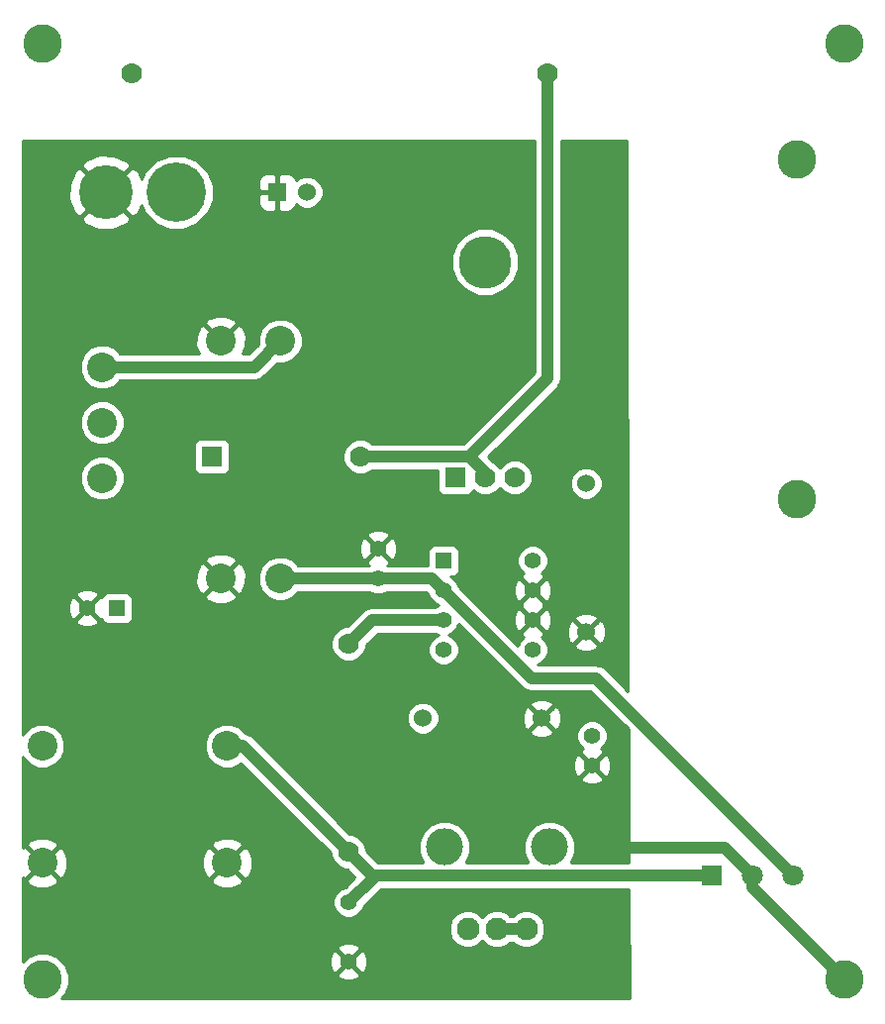
<source format=gbl>
G04 (created by PCBNEW (2013-jul-07)-stable) date Sat 05 Aug 2017 11:22:09 AM PDT*
%MOIN*%
G04 Gerber Fmt 3.4, Leading zero omitted, Abs format*
%FSLAX34Y34*%
G01*
G70*
G90*
G04 APERTURE LIST*
%ADD10C,0.00590551*%
%ADD11C,0.1*%
%ADD12R,0.06X0.06*%
%ADD13C,0.06*%
%ADD14R,0.055X0.055*%
%ADD15C,0.055*%
%ADD16C,0.2*%
%ADD17C,0.1811*%
%ADD18C,0.13*%
%ADD19C,0.07*%
%ADD20R,0.07X0.07*%
%ADD21C,0.1772*%
%ADD22C,0.076*%
%ADD23C,0.125*%
%ADD24C,0.0709*%
%ADD25R,0.0709X0.0709*%
%ADD26C,0.04*%
%ADD27C,0.01*%
G04 APERTURE END LIST*
G54D10*
G54D11*
X37000Y-43380D03*
X37000Y-45250D03*
X37000Y-47120D03*
G54D12*
X42900Y-37500D03*
G54D13*
X43900Y-37500D03*
G54D14*
X48500Y-49900D03*
G54D15*
X48500Y-50900D03*
X48500Y-51900D03*
X48500Y-52900D03*
X51500Y-52900D03*
X51500Y-51900D03*
X51500Y-50900D03*
X51500Y-49900D03*
G54D16*
X39500Y-37500D03*
G54D17*
X37138Y-37500D03*
G54D11*
X43000Y-50500D03*
X41000Y-50500D03*
X43000Y-42500D03*
X41000Y-42500D03*
G54D15*
X45300Y-61400D03*
X45300Y-63400D03*
G54D14*
X37500Y-51500D03*
G54D15*
X36500Y-51500D03*
X46300Y-50500D03*
X46300Y-49500D03*
X53500Y-55800D03*
X53500Y-56800D03*
G54D18*
X35000Y-64000D03*
X62000Y-32500D03*
X35000Y-32500D03*
G54D13*
X47800Y-55200D03*
X51800Y-55200D03*
G54D19*
X45700Y-46400D03*
G54D20*
X40700Y-46400D03*
G54D19*
X45300Y-59700D03*
X45300Y-52700D03*
G54D13*
X53300Y-47300D03*
X53300Y-52300D03*
G54D19*
X52000Y-33500D03*
X38000Y-33500D03*
G54D11*
X34990Y-56131D03*
X41210Y-56131D03*
X34990Y-60069D03*
X41210Y-60069D03*
G54D20*
X48900Y-47100D03*
G54D19*
X49900Y-47100D03*
X50900Y-47100D03*
G54D21*
X49900Y-39848D03*
G54D22*
X49316Y-62300D03*
X50300Y-62300D03*
X51284Y-62300D03*
G54D23*
X48528Y-59544D03*
X52072Y-59544D03*
G54D18*
X62000Y-64000D03*
G54D24*
X58900Y-60500D03*
G54D25*
X57522Y-60500D03*
G54D24*
X60278Y-60500D03*
G54D18*
X60400Y-36385D03*
X60400Y-47815D03*
G54D26*
X46200Y-60500D02*
X46150Y-60550D01*
X57522Y-60500D02*
X46200Y-60500D01*
X46150Y-60550D02*
X45300Y-61400D01*
X46150Y-60550D02*
X45300Y-59700D01*
X41730Y-56130D02*
X41210Y-56130D01*
X45300Y-59700D02*
X41730Y-56130D01*
X51456Y-53856D02*
X48500Y-50900D01*
X53634Y-53856D02*
X51456Y-53856D01*
X60277Y-60500D02*
X53634Y-53856D01*
X48100Y-50500D02*
X48500Y-50900D01*
X46300Y-50500D02*
X48100Y-50500D01*
X42120Y-43380D02*
X37000Y-43380D01*
X43000Y-42500D02*
X42120Y-43380D01*
X43000Y-50500D02*
X46300Y-50500D01*
X57953Y-59553D02*
X58900Y-60500D01*
X54330Y-59553D02*
X57953Y-59553D01*
X58900Y-60900D02*
X62000Y-64000D01*
X58900Y-60500D02*
X58900Y-60900D01*
X52000Y-43762D02*
X49362Y-46400D01*
X52000Y-33500D02*
X52000Y-43762D01*
X49900Y-46937D02*
X49362Y-46400D01*
X49900Y-47100D02*
X49900Y-46937D01*
X49362Y-46400D02*
X45700Y-46400D01*
X46100Y-51900D02*
X48500Y-51900D01*
X45300Y-52700D02*
X46100Y-51900D01*
X51284Y-62300D02*
X50300Y-62300D01*
G54D10*
G36*
X54749Y-64625D02*
X51914Y-64625D01*
X51914Y-62175D01*
X51818Y-61943D01*
X51641Y-61766D01*
X51409Y-61670D01*
X51159Y-61669D01*
X50927Y-61765D01*
X50843Y-61850D01*
X50740Y-61850D01*
X50657Y-61766D01*
X50425Y-61670D01*
X50175Y-61669D01*
X49943Y-61765D01*
X49807Y-61901D01*
X49673Y-61766D01*
X49441Y-61670D01*
X49191Y-61669D01*
X48959Y-61765D01*
X48782Y-61942D01*
X48686Y-62174D01*
X48685Y-62424D01*
X48781Y-62656D01*
X48958Y-62833D01*
X49190Y-62929D01*
X49440Y-62930D01*
X49672Y-62834D01*
X49808Y-62698D01*
X49942Y-62833D01*
X50174Y-62929D01*
X50424Y-62930D01*
X50656Y-62834D01*
X50740Y-62750D01*
X50843Y-62750D01*
X50926Y-62833D01*
X51158Y-62929D01*
X51408Y-62930D01*
X51640Y-62834D01*
X51817Y-62657D01*
X51913Y-62425D01*
X51914Y-62175D01*
X51914Y-64625D01*
X45925Y-64625D01*
X45925Y-63275D01*
X45829Y-63045D01*
X45829Y-63045D01*
X45706Y-63029D01*
X45670Y-63064D01*
X45670Y-62993D01*
X45654Y-62870D01*
X45424Y-62775D01*
X45175Y-62774D01*
X44945Y-62870D01*
X44945Y-62870D01*
X44929Y-62993D01*
X45300Y-63364D01*
X45670Y-62993D01*
X45670Y-63064D01*
X45335Y-63400D01*
X45706Y-63770D01*
X45829Y-63754D01*
X45924Y-63524D01*
X45925Y-63275D01*
X45925Y-64625D01*
X45670Y-64625D01*
X45670Y-63806D01*
X45300Y-63435D01*
X45264Y-63470D01*
X45264Y-63400D01*
X44893Y-63029D01*
X44770Y-63045D01*
X44675Y-63275D01*
X44674Y-63524D01*
X44770Y-63754D01*
X44770Y-63754D01*
X44893Y-63770D01*
X45264Y-63400D01*
X45264Y-63470D01*
X44929Y-63806D01*
X44945Y-63929D01*
X45175Y-64024D01*
X45424Y-64025D01*
X45654Y-63929D01*
X45654Y-63929D01*
X45670Y-63806D01*
X45670Y-64625D01*
X42061Y-64625D01*
X42061Y-59908D01*
X41935Y-59595D01*
X41925Y-59580D01*
X41778Y-59536D01*
X41742Y-59571D01*
X41742Y-59500D01*
X41698Y-59353D01*
X41387Y-59220D01*
X41049Y-59217D01*
X40736Y-59343D01*
X40721Y-59353D01*
X40677Y-59500D01*
X41210Y-60033D01*
X41742Y-59500D01*
X41742Y-59571D01*
X41245Y-60069D01*
X41778Y-60601D01*
X41925Y-60557D01*
X42058Y-60246D01*
X42061Y-59908D01*
X42061Y-64625D01*
X41742Y-64625D01*
X41742Y-60637D01*
X41210Y-60104D01*
X41174Y-60139D01*
X41174Y-60069D01*
X40641Y-59536D01*
X40494Y-59580D01*
X40361Y-59891D01*
X40358Y-60229D01*
X40484Y-60542D01*
X40494Y-60557D01*
X40641Y-60601D01*
X41174Y-60069D01*
X41174Y-60139D01*
X40677Y-60637D01*
X40721Y-60784D01*
X41032Y-60917D01*
X41370Y-60920D01*
X41683Y-60794D01*
X41698Y-60784D01*
X41742Y-60637D01*
X41742Y-64625D01*
X38025Y-64625D01*
X38025Y-51725D01*
X38025Y-51175D01*
X37987Y-51083D01*
X37916Y-51013D01*
X37824Y-50975D01*
X37750Y-50974D01*
X37750Y-46971D01*
X37750Y-45101D01*
X37636Y-44825D01*
X37425Y-44614D01*
X37149Y-44500D01*
X36851Y-44499D01*
X36575Y-44613D01*
X36364Y-44824D01*
X36250Y-45100D01*
X36249Y-45398D01*
X36363Y-45674D01*
X36574Y-45885D01*
X36850Y-45999D01*
X37148Y-46000D01*
X37424Y-45886D01*
X37635Y-45675D01*
X37749Y-45399D01*
X37750Y-45101D01*
X37750Y-46971D01*
X37636Y-46695D01*
X37425Y-46484D01*
X37149Y-46370D01*
X36851Y-46369D01*
X36575Y-46483D01*
X36364Y-46694D01*
X36250Y-46970D01*
X36249Y-47268D01*
X36363Y-47544D01*
X36574Y-47755D01*
X36850Y-47869D01*
X37148Y-47870D01*
X37424Y-47756D01*
X37635Y-47545D01*
X37749Y-47269D01*
X37750Y-46971D01*
X37750Y-50974D01*
X37725Y-50974D01*
X37175Y-50974D01*
X37083Y-51012D01*
X37013Y-51083D01*
X36989Y-51140D01*
X36906Y-51129D01*
X36870Y-51164D01*
X36870Y-51093D01*
X36854Y-50970D01*
X36624Y-50875D01*
X36375Y-50874D01*
X36145Y-50970D01*
X36145Y-50970D01*
X36129Y-51093D01*
X36500Y-51464D01*
X36870Y-51093D01*
X36870Y-51164D01*
X36535Y-51500D01*
X36906Y-51870D01*
X36989Y-51859D01*
X37012Y-51916D01*
X37083Y-51986D01*
X37175Y-52024D01*
X37274Y-52025D01*
X37824Y-52025D01*
X37916Y-51987D01*
X37986Y-51916D01*
X38024Y-51824D01*
X38025Y-51725D01*
X38025Y-64625D01*
X36870Y-64625D01*
X36870Y-51906D01*
X36500Y-51535D01*
X36464Y-51570D01*
X36464Y-51500D01*
X36093Y-51129D01*
X35970Y-51145D01*
X35875Y-51375D01*
X35874Y-51624D01*
X35970Y-51854D01*
X35970Y-51854D01*
X36093Y-51870D01*
X36464Y-51500D01*
X36464Y-51570D01*
X36129Y-51906D01*
X36145Y-52029D01*
X36375Y-52124D01*
X36624Y-52125D01*
X36854Y-52029D01*
X36854Y-52029D01*
X36870Y-51906D01*
X36870Y-64625D01*
X35647Y-64625D01*
X35762Y-64510D01*
X35899Y-64179D01*
X35900Y-63821D01*
X35841Y-63680D01*
X35841Y-59908D01*
X35715Y-59595D01*
X35705Y-59580D01*
X35558Y-59536D01*
X35522Y-59571D01*
X35522Y-59500D01*
X35478Y-59353D01*
X35167Y-59220D01*
X34829Y-59217D01*
X34516Y-59343D01*
X34501Y-59353D01*
X34457Y-59500D01*
X34990Y-60033D01*
X35522Y-59500D01*
X35522Y-59571D01*
X35025Y-60069D01*
X35558Y-60601D01*
X35705Y-60557D01*
X35838Y-60246D01*
X35841Y-59908D01*
X35841Y-63680D01*
X35763Y-63490D01*
X35522Y-63249D01*
X35522Y-60637D01*
X34990Y-60104D01*
X34457Y-60637D01*
X34501Y-60784D01*
X34812Y-60917D01*
X35150Y-60920D01*
X35463Y-60794D01*
X35478Y-60784D01*
X35522Y-60637D01*
X35522Y-63249D01*
X35510Y-63237D01*
X35179Y-63100D01*
X34821Y-63099D01*
X34490Y-63236D01*
X34325Y-63402D01*
X34325Y-60573D01*
X34421Y-60601D01*
X34954Y-60069D01*
X34421Y-59536D01*
X34325Y-59564D01*
X34325Y-56485D01*
X34353Y-56555D01*
X34564Y-56766D01*
X34840Y-56880D01*
X35138Y-56881D01*
X35414Y-56767D01*
X35625Y-56556D01*
X35739Y-56280D01*
X35740Y-55982D01*
X35626Y-55706D01*
X35415Y-55495D01*
X35139Y-55381D01*
X34841Y-55380D01*
X34565Y-55494D01*
X34354Y-55705D01*
X34325Y-55776D01*
X34325Y-35750D01*
X51550Y-35750D01*
X51550Y-43576D01*
X51036Y-44090D01*
X51036Y-39623D01*
X50863Y-39205D01*
X50544Y-38885D01*
X50126Y-38712D01*
X49675Y-38711D01*
X49257Y-38884D01*
X48937Y-39203D01*
X48764Y-39621D01*
X48763Y-40072D01*
X48936Y-40490D01*
X49255Y-40810D01*
X49673Y-40983D01*
X50124Y-40984D01*
X50542Y-40811D01*
X50862Y-40492D01*
X51035Y-40074D01*
X51036Y-39623D01*
X51036Y-44090D01*
X49176Y-45950D01*
X46098Y-45950D01*
X46040Y-45891D01*
X45819Y-45800D01*
X45581Y-45799D01*
X45360Y-45891D01*
X45191Y-46059D01*
X45100Y-46280D01*
X45099Y-46518D01*
X45191Y-46739D01*
X45359Y-46908D01*
X45580Y-46999D01*
X45818Y-47000D01*
X46039Y-46908D01*
X46098Y-46850D01*
X48299Y-46850D01*
X48299Y-47499D01*
X48337Y-47591D01*
X48408Y-47661D01*
X48500Y-47699D01*
X48599Y-47700D01*
X49299Y-47700D01*
X49391Y-47662D01*
X49461Y-47591D01*
X49485Y-47534D01*
X49559Y-47608D01*
X49780Y-47699D01*
X50018Y-47700D01*
X50239Y-47608D01*
X50400Y-47448D01*
X50559Y-47608D01*
X50780Y-47699D01*
X51018Y-47700D01*
X51239Y-47608D01*
X51408Y-47440D01*
X51499Y-47219D01*
X51500Y-46981D01*
X51408Y-46760D01*
X51240Y-46591D01*
X51019Y-46500D01*
X50781Y-46499D01*
X50560Y-46591D01*
X50399Y-46751D01*
X50240Y-46591D01*
X50155Y-46556D01*
X49998Y-46400D01*
X52318Y-44080D01*
X52318Y-44080D01*
X52415Y-43934D01*
X52415Y-43934D01*
X52421Y-43906D01*
X52449Y-43762D01*
X52450Y-43762D01*
X52450Y-35750D01*
X54650Y-35750D01*
X54713Y-54299D01*
X53952Y-53538D01*
X53950Y-53536D01*
X53950Y-52171D01*
X53851Y-51932D01*
X53850Y-51930D01*
X53850Y-51930D01*
X53850Y-47191D01*
X53766Y-46988D01*
X53611Y-46834D01*
X53409Y-46750D01*
X53191Y-46749D01*
X52988Y-46833D01*
X52834Y-46988D01*
X52750Y-47190D01*
X52749Y-47408D01*
X52833Y-47611D01*
X52988Y-47765D01*
X53190Y-47849D01*
X53408Y-47850D01*
X53611Y-47766D01*
X53765Y-47611D01*
X53849Y-47409D01*
X53850Y-47191D01*
X53850Y-51930D01*
X53724Y-51911D01*
X53688Y-51946D01*
X53688Y-51875D01*
X53669Y-51749D01*
X53430Y-51650D01*
X53171Y-51649D01*
X52932Y-51748D01*
X52930Y-51749D01*
X52911Y-51875D01*
X53300Y-52264D01*
X53688Y-51875D01*
X53688Y-51946D01*
X53335Y-52300D01*
X53724Y-52688D01*
X53850Y-52669D01*
X53949Y-52430D01*
X53950Y-52171D01*
X53950Y-53536D01*
X53806Y-53440D01*
X53688Y-53417D01*
X53688Y-52724D01*
X53300Y-52335D01*
X53264Y-52370D01*
X53264Y-52300D01*
X52875Y-51911D01*
X52749Y-51930D01*
X52650Y-52169D01*
X52649Y-52428D01*
X52748Y-52667D01*
X52749Y-52669D01*
X52875Y-52688D01*
X53264Y-52300D01*
X53264Y-52370D01*
X52911Y-52724D01*
X52930Y-52850D01*
X53169Y-52949D01*
X53428Y-52950D01*
X53667Y-52851D01*
X53669Y-52850D01*
X53688Y-52724D01*
X53688Y-53417D01*
X53634Y-53406D01*
X52125Y-53406D01*
X52125Y-51775D01*
X52125Y-50775D01*
X52029Y-50545D01*
X52029Y-50545D01*
X52025Y-50545D01*
X52025Y-49796D01*
X51945Y-49603D01*
X51797Y-49455D01*
X51604Y-49375D01*
X51396Y-49374D01*
X51203Y-49454D01*
X51055Y-49602D01*
X50975Y-49795D01*
X50974Y-50003D01*
X51054Y-50197D01*
X51202Y-50344D01*
X51204Y-50345D01*
X51145Y-50370D01*
X51145Y-50370D01*
X51129Y-50493D01*
X51500Y-50864D01*
X51870Y-50493D01*
X51854Y-50370D01*
X51795Y-50345D01*
X51797Y-50345D01*
X51944Y-50197D01*
X52024Y-50004D01*
X52025Y-49796D01*
X52025Y-50545D01*
X51906Y-50529D01*
X51535Y-50900D01*
X51906Y-51270D01*
X52029Y-51254D01*
X52124Y-51024D01*
X52125Y-50775D01*
X52125Y-51775D01*
X52029Y-51545D01*
X52029Y-51545D01*
X51906Y-51529D01*
X51870Y-51564D01*
X51870Y-51493D01*
X51858Y-51400D01*
X51870Y-51306D01*
X51500Y-50935D01*
X51464Y-50970D01*
X51464Y-50900D01*
X51093Y-50529D01*
X50970Y-50545D01*
X50875Y-50775D01*
X50874Y-51024D01*
X50970Y-51254D01*
X50970Y-51254D01*
X51093Y-51270D01*
X51464Y-50900D01*
X51464Y-50970D01*
X51129Y-51306D01*
X51141Y-51400D01*
X51129Y-51493D01*
X51500Y-51864D01*
X51870Y-51493D01*
X51870Y-51564D01*
X51535Y-51900D01*
X51906Y-52270D01*
X52029Y-52254D01*
X52124Y-52024D01*
X52125Y-51775D01*
X52125Y-53406D01*
X51649Y-53406D01*
X51797Y-53345D01*
X51944Y-53197D01*
X52024Y-53004D01*
X52025Y-52796D01*
X51945Y-52603D01*
X51797Y-52455D01*
X51795Y-52454D01*
X51854Y-52429D01*
X51854Y-52429D01*
X51870Y-52306D01*
X51500Y-51935D01*
X51464Y-51970D01*
X51464Y-51900D01*
X51093Y-51529D01*
X50970Y-51545D01*
X50875Y-51775D01*
X50874Y-52024D01*
X50970Y-52254D01*
X50970Y-52254D01*
X51093Y-52270D01*
X51464Y-51900D01*
X51464Y-51970D01*
X51129Y-52306D01*
X51145Y-52429D01*
X51204Y-52454D01*
X51203Y-52454D01*
X51055Y-52602D01*
X50991Y-52755D01*
X49019Y-50783D01*
X48945Y-50603D01*
X48797Y-50455D01*
X48725Y-50425D01*
X48824Y-50425D01*
X48916Y-50387D01*
X48986Y-50316D01*
X49024Y-50224D01*
X49025Y-50125D01*
X49025Y-49575D01*
X48987Y-49483D01*
X48916Y-49413D01*
X48824Y-49375D01*
X48725Y-49374D01*
X48175Y-49374D01*
X48083Y-49412D01*
X48013Y-49483D01*
X47975Y-49575D01*
X47974Y-49674D01*
X47974Y-50050D01*
X46925Y-50050D01*
X46925Y-49375D01*
X46829Y-49145D01*
X46829Y-49145D01*
X46706Y-49129D01*
X46670Y-49164D01*
X46670Y-49093D01*
X46654Y-48970D01*
X46424Y-48875D01*
X46175Y-48874D01*
X45945Y-48970D01*
X45945Y-48970D01*
X45929Y-49093D01*
X46300Y-49464D01*
X46670Y-49093D01*
X46670Y-49164D01*
X46335Y-49500D01*
X46706Y-49870D01*
X46829Y-49854D01*
X46924Y-49624D01*
X46925Y-49375D01*
X46925Y-50050D01*
X46605Y-50050D01*
X46654Y-50029D01*
X46654Y-50029D01*
X46670Y-49906D01*
X46300Y-49535D01*
X46264Y-49570D01*
X46264Y-49500D01*
X45893Y-49129D01*
X45770Y-49145D01*
X45675Y-49375D01*
X45674Y-49624D01*
X45770Y-49854D01*
X45770Y-49854D01*
X45893Y-49870D01*
X46264Y-49500D01*
X46264Y-49570D01*
X45929Y-49906D01*
X45945Y-50029D01*
X45994Y-50050D01*
X44450Y-50050D01*
X44450Y-37391D01*
X44366Y-37188D01*
X44211Y-37034D01*
X44009Y-36950D01*
X43791Y-36949D01*
X43588Y-37033D01*
X43532Y-37089D01*
X43496Y-37001D01*
X43398Y-36903D01*
X43269Y-36849D01*
X43012Y-36850D01*
X42925Y-36937D01*
X42925Y-37475D01*
X42932Y-37475D01*
X42932Y-37525D01*
X42925Y-37525D01*
X42925Y-38062D01*
X43012Y-38150D01*
X43269Y-38150D01*
X43398Y-38096D01*
X43496Y-37998D01*
X43532Y-37910D01*
X43588Y-37965D01*
X43790Y-38049D01*
X44008Y-38050D01*
X44211Y-37966D01*
X44365Y-37811D01*
X44449Y-37609D01*
X44450Y-37391D01*
X44450Y-50050D01*
X43750Y-50050D01*
X43750Y-42351D01*
X43636Y-42075D01*
X43425Y-41864D01*
X43149Y-41750D01*
X42875Y-41749D01*
X42875Y-38062D01*
X42875Y-37525D01*
X42875Y-37475D01*
X42875Y-36937D01*
X42787Y-36850D01*
X42530Y-36849D01*
X42402Y-36903D01*
X42303Y-37001D01*
X42250Y-37130D01*
X42249Y-37269D01*
X42250Y-37387D01*
X42337Y-37475D01*
X42875Y-37475D01*
X42875Y-37525D01*
X42337Y-37525D01*
X42250Y-37612D01*
X42249Y-37730D01*
X42250Y-37869D01*
X42303Y-37998D01*
X42402Y-38096D01*
X42530Y-38150D01*
X42787Y-38150D01*
X42875Y-38062D01*
X42875Y-41749D01*
X42851Y-41749D01*
X42575Y-41863D01*
X42364Y-42074D01*
X42250Y-42350D01*
X42249Y-42613D01*
X41933Y-42930D01*
X41740Y-42930D01*
X41848Y-42677D01*
X41851Y-42339D01*
X41725Y-42026D01*
X41715Y-42011D01*
X41568Y-41967D01*
X41532Y-42002D01*
X41532Y-41931D01*
X41488Y-41784D01*
X41177Y-41651D01*
X40839Y-41648D01*
X40750Y-41684D01*
X40750Y-37252D01*
X40560Y-36792D01*
X40208Y-36440D01*
X39749Y-36250D01*
X39252Y-36249D01*
X38792Y-36439D01*
X38440Y-36791D01*
X38321Y-37078D01*
X38216Y-36809D01*
X38188Y-36767D01*
X37998Y-36674D01*
X37963Y-36709D01*
X37963Y-36639D01*
X37870Y-36449D01*
X37412Y-36249D01*
X36913Y-36239D01*
X36447Y-36421D01*
X36405Y-36449D01*
X36312Y-36639D01*
X37138Y-37464D01*
X37963Y-36639D01*
X37963Y-36709D01*
X37173Y-37500D01*
X37998Y-38325D01*
X38188Y-38232D01*
X38322Y-37924D01*
X38439Y-38207D01*
X38791Y-38559D01*
X39250Y-38749D01*
X39747Y-38750D01*
X40207Y-38560D01*
X40559Y-38208D01*
X40749Y-37749D01*
X40750Y-37252D01*
X40750Y-41684D01*
X40526Y-41774D01*
X40511Y-41784D01*
X40467Y-41931D01*
X41000Y-42464D01*
X41532Y-41931D01*
X41532Y-42002D01*
X41035Y-42500D01*
X41040Y-42505D01*
X41005Y-42540D01*
X41000Y-42535D01*
X40994Y-42540D01*
X40959Y-42505D01*
X40964Y-42500D01*
X40431Y-41967D01*
X40284Y-42011D01*
X40151Y-42322D01*
X40148Y-42660D01*
X40256Y-42930D01*
X37963Y-42930D01*
X37963Y-38360D01*
X37138Y-37535D01*
X37102Y-37570D01*
X37102Y-37500D01*
X36277Y-36674D01*
X36087Y-36767D01*
X35887Y-37225D01*
X35877Y-37724D01*
X36059Y-38190D01*
X36087Y-38232D01*
X36277Y-38325D01*
X37102Y-37500D01*
X37102Y-37570D01*
X36312Y-38360D01*
X36405Y-38550D01*
X36863Y-38750D01*
X37362Y-38760D01*
X37828Y-38578D01*
X37870Y-38550D01*
X37963Y-38360D01*
X37963Y-42930D01*
X37610Y-42930D01*
X37425Y-42744D01*
X37149Y-42630D01*
X36851Y-42629D01*
X36575Y-42743D01*
X36364Y-42954D01*
X36250Y-43230D01*
X36249Y-43528D01*
X36363Y-43804D01*
X36574Y-44015D01*
X36850Y-44129D01*
X37148Y-44130D01*
X37424Y-44016D01*
X37610Y-43830D01*
X42120Y-43830D01*
X42292Y-43795D01*
X42438Y-43698D01*
X42886Y-43249D01*
X43148Y-43250D01*
X43424Y-43136D01*
X43635Y-42925D01*
X43749Y-42649D01*
X43750Y-42351D01*
X43750Y-50050D01*
X43610Y-50050D01*
X43425Y-49864D01*
X43149Y-49750D01*
X42851Y-49749D01*
X42575Y-49863D01*
X42364Y-50074D01*
X42250Y-50350D01*
X42249Y-50648D01*
X42363Y-50924D01*
X42574Y-51135D01*
X42850Y-51249D01*
X43148Y-51250D01*
X43424Y-51136D01*
X43610Y-50950D01*
X46014Y-50950D01*
X46195Y-51024D01*
X46403Y-51025D01*
X46585Y-50950D01*
X47913Y-50950D01*
X47980Y-51016D01*
X48054Y-51197D01*
X48202Y-51344D01*
X48335Y-51400D01*
X48214Y-51450D01*
X46100Y-51450D01*
X45927Y-51484D01*
X45781Y-51581D01*
X45781Y-51581D01*
X45781Y-51581D01*
X45263Y-52099D01*
X45181Y-52099D01*
X44960Y-52191D01*
X44791Y-52359D01*
X44700Y-52580D01*
X44699Y-52818D01*
X44791Y-53039D01*
X44959Y-53208D01*
X45180Y-53299D01*
X45418Y-53300D01*
X45639Y-53208D01*
X45808Y-53040D01*
X45899Y-52819D01*
X45899Y-52736D01*
X46286Y-52350D01*
X48214Y-52350D01*
X48335Y-52400D01*
X48203Y-52454D01*
X48055Y-52602D01*
X47975Y-52795D01*
X47974Y-53003D01*
X48054Y-53197D01*
X48202Y-53344D01*
X48395Y-53424D01*
X48603Y-53425D01*
X48797Y-53345D01*
X48944Y-53197D01*
X49024Y-53004D01*
X49025Y-52796D01*
X48945Y-52603D01*
X48797Y-52455D01*
X48664Y-52399D01*
X48797Y-52345D01*
X48944Y-52197D01*
X49008Y-52044D01*
X51138Y-54174D01*
X51284Y-54272D01*
X51456Y-54306D01*
X53447Y-54306D01*
X54718Y-55576D01*
X54733Y-60050D01*
X54125Y-60050D01*
X54125Y-56675D01*
X54029Y-56445D01*
X54029Y-56445D01*
X54025Y-56445D01*
X54025Y-55696D01*
X53945Y-55503D01*
X53797Y-55355D01*
X53604Y-55275D01*
X53396Y-55274D01*
X53203Y-55354D01*
X53055Y-55502D01*
X52975Y-55695D01*
X52974Y-55903D01*
X53054Y-56097D01*
X53202Y-56244D01*
X53204Y-56245D01*
X53145Y-56270D01*
X53145Y-56270D01*
X53129Y-56393D01*
X53500Y-56764D01*
X53870Y-56393D01*
X53854Y-56270D01*
X53795Y-56245D01*
X53797Y-56245D01*
X53944Y-56097D01*
X54024Y-55904D01*
X54025Y-55696D01*
X54025Y-56445D01*
X53906Y-56429D01*
X53535Y-56800D01*
X53906Y-57170D01*
X54029Y-57154D01*
X54124Y-56924D01*
X54125Y-56675D01*
X54125Y-60050D01*
X53870Y-60050D01*
X53870Y-57206D01*
X53500Y-56835D01*
X53464Y-56870D01*
X53464Y-56800D01*
X53093Y-56429D01*
X52970Y-56445D01*
X52875Y-56675D01*
X52874Y-56924D01*
X52970Y-57154D01*
X52970Y-57154D01*
X53093Y-57170D01*
X53464Y-56800D01*
X53464Y-56870D01*
X53129Y-57206D01*
X53145Y-57329D01*
X53375Y-57424D01*
X53624Y-57425D01*
X53854Y-57329D01*
X53854Y-57329D01*
X53870Y-57206D01*
X53870Y-60050D01*
X52803Y-60050D01*
X52813Y-60040D01*
X52946Y-59718D01*
X52947Y-59370D01*
X52814Y-59049D01*
X52568Y-58802D01*
X52450Y-58753D01*
X52450Y-55071D01*
X52351Y-54832D01*
X52350Y-54830D01*
X52224Y-54811D01*
X52188Y-54846D01*
X52188Y-54775D01*
X52169Y-54649D01*
X51930Y-54550D01*
X51671Y-54549D01*
X51432Y-54648D01*
X51430Y-54649D01*
X51411Y-54775D01*
X51800Y-55164D01*
X52188Y-54775D01*
X52188Y-54846D01*
X51835Y-55200D01*
X52224Y-55588D01*
X52350Y-55569D01*
X52449Y-55330D01*
X52450Y-55071D01*
X52450Y-58753D01*
X52246Y-58669D01*
X52188Y-58669D01*
X52188Y-55624D01*
X51800Y-55235D01*
X51764Y-55270D01*
X51764Y-55200D01*
X51375Y-54811D01*
X51249Y-54830D01*
X51150Y-55069D01*
X51149Y-55328D01*
X51248Y-55567D01*
X51249Y-55569D01*
X51375Y-55588D01*
X51764Y-55200D01*
X51764Y-55270D01*
X51411Y-55624D01*
X51430Y-55750D01*
X51669Y-55849D01*
X51928Y-55850D01*
X52167Y-55751D01*
X52169Y-55750D01*
X52188Y-55624D01*
X52188Y-58669D01*
X51898Y-58668D01*
X51577Y-58801D01*
X51330Y-59047D01*
X51197Y-59369D01*
X51196Y-59717D01*
X51329Y-60039D01*
X51340Y-60050D01*
X49259Y-60050D01*
X49269Y-60040D01*
X49402Y-59718D01*
X49403Y-59370D01*
X49270Y-59049D01*
X49024Y-58802D01*
X48702Y-58669D01*
X48354Y-58668D01*
X48350Y-58670D01*
X48350Y-55091D01*
X48266Y-54888D01*
X48111Y-54734D01*
X47909Y-54650D01*
X47691Y-54649D01*
X47488Y-54733D01*
X47334Y-54888D01*
X47250Y-55090D01*
X47249Y-55308D01*
X47333Y-55511D01*
X47488Y-55665D01*
X47690Y-55749D01*
X47908Y-55750D01*
X48111Y-55666D01*
X48265Y-55511D01*
X48349Y-55309D01*
X48350Y-55091D01*
X48350Y-58670D01*
X48033Y-58801D01*
X47786Y-59047D01*
X47653Y-59369D01*
X47652Y-59717D01*
X47785Y-60039D01*
X47796Y-60050D01*
X46286Y-60050D01*
X45900Y-59663D01*
X45900Y-59581D01*
X45808Y-59360D01*
X45640Y-59191D01*
X45419Y-59100D01*
X45336Y-59100D01*
X42049Y-55812D01*
X41903Y-55715D01*
X41851Y-55704D01*
X41851Y-50339D01*
X41725Y-50026D01*
X41715Y-50011D01*
X41568Y-49967D01*
X41532Y-50002D01*
X41532Y-49931D01*
X41488Y-49784D01*
X41300Y-49703D01*
X41300Y-46700D01*
X41300Y-46000D01*
X41262Y-45908D01*
X41191Y-45838D01*
X41099Y-45800D01*
X41000Y-45799D01*
X40300Y-45799D01*
X40208Y-45837D01*
X40138Y-45908D01*
X40100Y-46000D01*
X40099Y-46099D01*
X40099Y-46799D01*
X40137Y-46891D01*
X40208Y-46961D01*
X40300Y-46999D01*
X40399Y-47000D01*
X41099Y-47000D01*
X41191Y-46962D01*
X41261Y-46891D01*
X41299Y-46799D01*
X41300Y-46700D01*
X41300Y-49703D01*
X41177Y-49651D01*
X40839Y-49648D01*
X40526Y-49774D01*
X40511Y-49784D01*
X40467Y-49931D01*
X41000Y-50464D01*
X41532Y-49931D01*
X41532Y-50002D01*
X41035Y-50500D01*
X41568Y-51032D01*
X41715Y-50988D01*
X41848Y-50677D01*
X41851Y-50339D01*
X41851Y-55704D01*
X41842Y-55703D01*
X41635Y-55495D01*
X41532Y-55453D01*
X41532Y-51068D01*
X41000Y-50535D01*
X40964Y-50570D01*
X40964Y-50500D01*
X40431Y-49967D01*
X40284Y-50011D01*
X40151Y-50322D01*
X40148Y-50660D01*
X40274Y-50973D01*
X40284Y-50988D01*
X40431Y-51032D01*
X40964Y-50500D01*
X40964Y-50570D01*
X40467Y-51068D01*
X40511Y-51215D01*
X40822Y-51348D01*
X41160Y-51351D01*
X41473Y-51225D01*
X41488Y-51215D01*
X41532Y-51068D01*
X41532Y-55453D01*
X41359Y-55381D01*
X41061Y-55380D01*
X40785Y-55494D01*
X40574Y-55705D01*
X40460Y-55981D01*
X40459Y-56279D01*
X40573Y-56555D01*
X40784Y-56766D01*
X41060Y-56880D01*
X41358Y-56881D01*
X41634Y-56767D01*
X41682Y-56718D01*
X44699Y-59736D01*
X44699Y-59818D01*
X44791Y-60039D01*
X44959Y-60208D01*
X45180Y-60299D01*
X45263Y-60299D01*
X45513Y-60550D01*
X45183Y-60880D01*
X45003Y-60954D01*
X44855Y-61102D01*
X44775Y-61295D01*
X44774Y-61503D01*
X44854Y-61697D01*
X45002Y-61844D01*
X45195Y-61924D01*
X45403Y-61925D01*
X45597Y-61845D01*
X45744Y-61697D01*
X45820Y-61516D01*
X46386Y-60950D01*
X54736Y-60950D01*
X54749Y-64625D01*
X54749Y-64625D01*
G37*
G54D27*
X54749Y-64625D02*
X51914Y-64625D01*
X51914Y-62175D01*
X51818Y-61943D01*
X51641Y-61766D01*
X51409Y-61670D01*
X51159Y-61669D01*
X50927Y-61765D01*
X50843Y-61850D01*
X50740Y-61850D01*
X50657Y-61766D01*
X50425Y-61670D01*
X50175Y-61669D01*
X49943Y-61765D01*
X49807Y-61901D01*
X49673Y-61766D01*
X49441Y-61670D01*
X49191Y-61669D01*
X48959Y-61765D01*
X48782Y-61942D01*
X48686Y-62174D01*
X48685Y-62424D01*
X48781Y-62656D01*
X48958Y-62833D01*
X49190Y-62929D01*
X49440Y-62930D01*
X49672Y-62834D01*
X49808Y-62698D01*
X49942Y-62833D01*
X50174Y-62929D01*
X50424Y-62930D01*
X50656Y-62834D01*
X50740Y-62750D01*
X50843Y-62750D01*
X50926Y-62833D01*
X51158Y-62929D01*
X51408Y-62930D01*
X51640Y-62834D01*
X51817Y-62657D01*
X51913Y-62425D01*
X51914Y-62175D01*
X51914Y-64625D01*
X45925Y-64625D01*
X45925Y-63275D01*
X45829Y-63045D01*
X45829Y-63045D01*
X45706Y-63029D01*
X45670Y-63064D01*
X45670Y-62993D01*
X45654Y-62870D01*
X45424Y-62775D01*
X45175Y-62774D01*
X44945Y-62870D01*
X44945Y-62870D01*
X44929Y-62993D01*
X45300Y-63364D01*
X45670Y-62993D01*
X45670Y-63064D01*
X45335Y-63400D01*
X45706Y-63770D01*
X45829Y-63754D01*
X45924Y-63524D01*
X45925Y-63275D01*
X45925Y-64625D01*
X45670Y-64625D01*
X45670Y-63806D01*
X45300Y-63435D01*
X45264Y-63470D01*
X45264Y-63400D01*
X44893Y-63029D01*
X44770Y-63045D01*
X44675Y-63275D01*
X44674Y-63524D01*
X44770Y-63754D01*
X44770Y-63754D01*
X44893Y-63770D01*
X45264Y-63400D01*
X45264Y-63470D01*
X44929Y-63806D01*
X44945Y-63929D01*
X45175Y-64024D01*
X45424Y-64025D01*
X45654Y-63929D01*
X45654Y-63929D01*
X45670Y-63806D01*
X45670Y-64625D01*
X42061Y-64625D01*
X42061Y-59908D01*
X41935Y-59595D01*
X41925Y-59580D01*
X41778Y-59536D01*
X41742Y-59571D01*
X41742Y-59500D01*
X41698Y-59353D01*
X41387Y-59220D01*
X41049Y-59217D01*
X40736Y-59343D01*
X40721Y-59353D01*
X40677Y-59500D01*
X41210Y-60033D01*
X41742Y-59500D01*
X41742Y-59571D01*
X41245Y-60069D01*
X41778Y-60601D01*
X41925Y-60557D01*
X42058Y-60246D01*
X42061Y-59908D01*
X42061Y-64625D01*
X41742Y-64625D01*
X41742Y-60637D01*
X41210Y-60104D01*
X41174Y-60139D01*
X41174Y-60069D01*
X40641Y-59536D01*
X40494Y-59580D01*
X40361Y-59891D01*
X40358Y-60229D01*
X40484Y-60542D01*
X40494Y-60557D01*
X40641Y-60601D01*
X41174Y-60069D01*
X41174Y-60139D01*
X40677Y-60637D01*
X40721Y-60784D01*
X41032Y-60917D01*
X41370Y-60920D01*
X41683Y-60794D01*
X41698Y-60784D01*
X41742Y-60637D01*
X41742Y-64625D01*
X38025Y-64625D01*
X38025Y-51725D01*
X38025Y-51175D01*
X37987Y-51083D01*
X37916Y-51013D01*
X37824Y-50975D01*
X37750Y-50974D01*
X37750Y-46971D01*
X37750Y-45101D01*
X37636Y-44825D01*
X37425Y-44614D01*
X37149Y-44500D01*
X36851Y-44499D01*
X36575Y-44613D01*
X36364Y-44824D01*
X36250Y-45100D01*
X36249Y-45398D01*
X36363Y-45674D01*
X36574Y-45885D01*
X36850Y-45999D01*
X37148Y-46000D01*
X37424Y-45886D01*
X37635Y-45675D01*
X37749Y-45399D01*
X37750Y-45101D01*
X37750Y-46971D01*
X37636Y-46695D01*
X37425Y-46484D01*
X37149Y-46370D01*
X36851Y-46369D01*
X36575Y-46483D01*
X36364Y-46694D01*
X36250Y-46970D01*
X36249Y-47268D01*
X36363Y-47544D01*
X36574Y-47755D01*
X36850Y-47869D01*
X37148Y-47870D01*
X37424Y-47756D01*
X37635Y-47545D01*
X37749Y-47269D01*
X37750Y-46971D01*
X37750Y-50974D01*
X37725Y-50974D01*
X37175Y-50974D01*
X37083Y-51012D01*
X37013Y-51083D01*
X36989Y-51140D01*
X36906Y-51129D01*
X36870Y-51164D01*
X36870Y-51093D01*
X36854Y-50970D01*
X36624Y-50875D01*
X36375Y-50874D01*
X36145Y-50970D01*
X36145Y-50970D01*
X36129Y-51093D01*
X36500Y-51464D01*
X36870Y-51093D01*
X36870Y-51164D01*
X36535Y-51500D01*
X36906Y-51870D01*
X36989Y-51859D01*
X37012Y-51916D01*
X37083Y-51986D01*
X37175Y-52024D01*
X37274Y-52025D01*
X37824Y-52025D01*
X37916Y-51987D01*
X37986Y-51916D01*
X38024Y-51824D01*
X38025Y-51725D01*
X38025Y-64625D01*
X36870Y-64625D01*
X36870Y-51906D01*
X36500Y-51535D01*
X36464Y-51570D01*
X36464Y-51500D01*
X36093Y-51129D01*
X35970Y-51145D01*
X35875Y-51375D01*
X35874Y-51624D01*
X35970Y-51854D01*
X35970Y-51854D01*
X36093Y-51870D01*
X36464Y-51500D01*
X36464Y-51570D01*
X36129Y-51906D01*
X36145Y-52029D01*
X36375Y-52124D01*
X36624Y-52125D01*
X36854Y-52029D01*
X36854Y-52029D01*
X36870Y-51906D01*
X36870Y-64625D01*
X35647Y-64625D01*
X35762Y-64510D01*
X35899Y-64179D01*
X35900Y-63821D01*
X35841Y-63680D01*
X35841Y-59908D01*
X35715Y-59595D01*
X35705Y-59580D01*
X35558Y-59536D01*
X35522Y-59571D01*
X35522Y-59500D01*
X35478Y-59353D01*
X35167Y-59220D01*
X34829Y-59217D01*
X34516Y-59343D01*
X34501Y-59353D01*
X34457Y-59500D01*
X34990Y-60033D01*
X35522Y-59500D01*
X35522Y-59571D01*
X35025Y-60069D01*
X35558Y-60601D01*
X35705Y-60557D01*
X35838Y-60246D01*
X35841Y-59908D01*
X35841Y-63680D01*
X35763Y-63490D01*
X35522Y-63249D01*
X35522Y-60637D01*
X34990Y-60104D01*
X34457Y-60637D01*
X34501Y-60784D01*
X34812Y-60917D01*
X35150Y-60920D01*
X35463Y-60794D01*
X35478Y-60784D01*
X35522Y-60637D01*
X35522Y-63249D01*
X35510Y-63237D01*
X35179Y-63100D01*
X34821Y-63099D01*
X34490Y-63236D01*
X34325Y-63402D01*
X34325Y-60573D01*
X34421Y-60601D01*
X34954Y-60069D01*
X34421Y-59536D01*
X34325Y-59564D01*
X34325Y-56485D01*
X34353Y-56555D01*
X34564Y-56766D01*
X34840Y-56880D01*
X35138Y-56881D01*
X35414Y-56767D01*
X35625Y-56556D01*
X35739Y-56280D01*
X35740Y-55982D01*
X35626Y-55706D01*
X35415Y-55495D01*
X35139Y-55381D01*
X34841Y-55380D01*
X34565Y-55494D01*
X34354Y-55705D01*
X34325Y-55776D01*
X34325Y-35750D01*
X51550Y-35750D01*
X51550Y-43576D01*
X51036Y-44090D01*
X51036Y-39623D01*
X50863Y-39205D01*
X50544Y-38885D01*
X50126Y-38712D01*
X49675Y-38711D01*
X49257Y-38884D01*
X48937Y-39203D01*
X48764Y-39621D01*
X48763Y-40072D01*
X48936Y-40490D01*
X49255Y-40810D01*
X49673Y-40983D01*
X50124Y-40984D01*
X50542Y-40811D01*
X50862Y-40492D01*
X51035Y-40074D01*
X51036Y-39623D01*
X51036Y-44090D01*
X49176Y-45950D01*
X46098Y-45950D01*
X46040Y-45891D01*
X45819Y-45800D01*
X45581Y-45799D01*
X45360Y-45891D01*
X45191Y-46059D01*
X45100Y-46280D01*
X45099Y-46518D01*
X45191Y-46739D01*
X45359Y-46908D01*
X45580Y-46999D01*
X45818Y-47000D01*
X46039Y-46908D01*
X46098Y-46850D01*
X48299Y-46850D01*
X48299Y-47499D01*
X48337Y-47591D01*
X48408Y-47661D01*
X48500Y-47699D01*
X48599Y-47700D01*
X49299Y-47700D01*
X49391Y-47662D01*
X49461Y-47591D01*
X49485Y-47534D01*
X49559Y-47608D01*
X49780Y-47699D01*
X50018Y-47700D01*
X50239Y-47608D01*
X50400Y-47448D01*
X50559Y-47608D01*
X50780Y-47699D01*
X51018Y-47700D01*
X51239Y-47608D01*
X51408Y-47440D01*
X51499Y-47219D01*
X51500Y-46981D01*
X51408Y-46760D01*
X51240Y-46591D01*
X51019Y-46500D01*
X50781Y-46499D01*
X50560Y-46591D01*
X50399Y-46751D01*
X50240Y-46591D01*
X50155Y-46556D01*
X49998Y-46400D01*
X52318Y-44080D01*
X52318Y-44080D01*
X52415Y-43934D01*
X52415Y-43934D01*
X52421Y-43906D01*
X52449Y-43762D01*
X52450Y-43762D01*
X52450Y-35750D01*
X54650Y-35750D01*
X54713Y-54299D01*
X53952Y-53538D01*
X53950Y-53536D01*
X53950Y-52171D01*
X53851Y-51932D01*
X53850Y-51930D01*
X53850Y-51930D01*
X53850Y-47191D01*
X53766Y-46988D01*
X53611Y-46834D01*
X53409Y-46750D01*
X53191Y-46749D01*
X52988Y-46833D01*
X52834Y-46988D01*
X52750Y-47190D01*
X52749Y-47408D01*
X52833Y-47611D01*
X52988Y-47765D01*
X53190Y-47849D01*
X53408Y-47850D01*
X53611Y-47766D01*
X53765Y-47611D01*
X53849Y-47409D01*
X53850Y-47191D01*
X53850Y-51930D01*
X53724Y-51911D01*
X53688Y-51946D01*
X53688Y-51875D01*
X53669Y-51749D01*
X53430Y-51650D01*
X53171Y-51649D01*
X52932Y-51748D01*
X52930Y-51749D01*
X52911Y-51875D01*
X53300Y-52264D01*
X53688Y-51875D01*
X53688Y-51946D01*
X53335Y-52300D01*
X53724Y-52688D01*
X53850Y-52669D01*
X53949Y-52430D01*
X53950Y-52171D01*
X53950Y-53536D01*
X53806Y-53440D01*
X53688Y-53417D01*
X53688Y-52724D01*
X53300Y-52335D01*
X53264Y-52370D01*
X53264Y-52300D01*
X52875Y-51911D01*
X52749Y-51930D01*
X52650Y-52169D01*
X52649Y-52428D01*
X52748Y-52667D01*
X52749Y-52669D01*
X52875Y-52688D01*
X53264Y-52300D01*
X53264Y-52370D01*
X52911Y-52724D01*
X52930Y-52850D01*
X53169Y-52949D01*
X53428Y-52950D01*
X53667Y-52851D01*
X53669Y-52850D01*
X53688Y-52724D01*
X53688Y-53417D01*
X53634Y-53406D01*
X52125Y-53406D01*
X52125Y-51775D01*
X52125Y-50775D01*
X52029Y-50545D01*
X52029Y-50545D01*
X52025Y-50545D01*
X52025Y-49796D01*
X51945Y-49603D01*
X51797Y-49455D01*
X51604Y-49375D01*
X51396Y-49374D01*
X51203Y-49454D01*
X51055Y-49602D01*
X50975Y-49795D01*
X50974Y-50003D01*
X51054Y-50197D01*
X51202Y-50344D01*
X51204Y-50345D01*
X51145Y-50370D01*
X51145Y-50370D01*
X51129Y-50493D01*
X51500Y-50864D01*
X51870Y-50493D01*
X51854Y-50370D01*
X51795Y-50345D01*
X51797Y-50345D01*
X51944Y-50197D01*
X52024Y-50004D01*
X52025Y-49796D01*
X52025Y-50545D01*
X51906Y-50529D01*
X51535Y-50900D01*
X51906Y-51270D01*
X52029Y-51254D01*
X52124Y-51024D01*
X52125Y-50775D01*
X52125Y-51775D01*
X52029Y-51545D01*
X52029Y-51545D01*
X51906Y-51529D01*
X51870Y-51564D01*
X51870Y-51493D01*
X51858Y-51400D01*
X51870Y-51306D01*
X51500Y-50935D01*
X51464Y-50970D01*
X51464Y-50900D01*
X51093Y-50529D01*
X50970Y-50545D01*
X50875Y-50775D01*
X50874Y-51024D01*
X50970Y-51254D01*
X50970Y-51254D01*
X51093Y-51270D01*
X51464Y-50900D01*
X51464Y-50970D01*
X51129Y-51306D01*
X51141Y-51400D01*
X51129Y-51493D01*
X51500Y-51864D01*
X51870Y-51493D01*
X51870Y-51564D01*
X51535Y-51900D01*
X51906Y-52270D01*
X52029Y-52254D01*
X52124Y-52024D01*
X52125Y-51775D01*
X52125Y-53406D01*
X51649Y-53406D01*
X51797Y-53345D01*
X51944Y-53197D01*
X52024Y-53004D01*
X52025Y-52796D01*
X51945Y-52603D01*
X51797Y-52455D01*
X51795Y-52454D01*
X51854Y-52429D01*
X51854Y-52429D01*
X51870Y-52306D01*
X51500Y-51935D01*
X51464Y-51970D01*
X51464Y-51900D01*
X51093Y-51529D01*
X50970Y-51545D01*
X50875Y-51775D01*
X50874Y-52024D01*
X50970Y-52254D01*
X50970Y-52254D01*
X51093Y-52270D01*
X51464Y-51900D01*
X51464Y-51970D01*
X51129Y-52306D01*
X51145Y-52429D01*
X51204Y-52454D01*
X51203Y-52454D01*
X51055Y-52602D01*
X50991Y-52755D01*
X49019Y-50783D01*
X48945Y-50603D01*
X48797Y-50455D01*
X48725Y-50425D01*
X48824Y-50425D01*
X48916Y-50387D01*
X48986Y-50316D01*
X49024Y-50224D01*
X49025Y-50125D01*
X49025Y-49575D01*
X48987Y-49483D01*
X48916Y-49413D01*
X48824Y-49375D01*
X48725Y-49374D01*
X48175Y-49374D01*
X48083Y-49412D01*
X48013Y-49483D01*
X47975Y-49575D01*
X47974Y-49674D01*
X47974Y-50050D01*
X46925Y-50050D01*
X46925Y-49375D01*
X46829Y-49145D01*
X46829Y-49145D01*
X46706Y-49129D01*
X46670Y-49164D01*
X46670Y-49093D01*
X46654Y-48970D01*
X46424Y-48875D01*
X46175Y-48874D01*
X45945Y-48970D01*
X45945Y-48970D01*
X45929Y-49093D01*
X46300Y-49464D01*
X46670Y-49093D01*
X46670Y-49164D01*
X46335Y-49500D01*
X46706Y-49870D01*
X46829Y-49854D01*
X46924Y-49624D01*
X46925Y-49375D01*
X46925Y-50050D01*
X46605Y-50050D01*
X46654Y-50029D01*
X46654Y-50029D01*
X46670Y-49906D01*
X46300Y-49535D01*
X46264Y-49570D01*
X46264Y-49500D01*
X45893Y-49129D01*
X45770Y-49145D01*
X45675Y-49375D01*
X45674Y-49624D01*
X45770Y-49854D01*
X45770Y-49854D01*
X45893Y-49870D01*
X46264Y-49500D01*
X46264Y-49570D01*
X45929Y-49906D01*
X45945Y-50029D01*
X45994Y-50050D01*
X44450Y-50050D01*
X44450Y-37391D01*
X44366Y-37188D01*
X44211Y-37034D01*
X44009Y-36950D01*
X43791Y-36949D01*
X43588Y-37033D01*
X43532Y-37089D01*
X43496Y-37001D01*
X43398Y-36903D01*
X43269Y-36849D01*
X43012Y-36850D01*
X42925Y-36937D01*
X42925Y-37475D01*
X42932Y-37475D01*
X42932Y-37525D01*
X42925Y-37525D01*
X42925Y-38062D01*
X43012Y-38150D01*
X43269Y-38150D01*
X43398Y-38096D01*
X43496Y-37998D01*
X43532Y-37910D01*
X43588Y-37965D01*
X43790Y-38049D01*
X44008Y-38050D01*
X44211Y-37966D01*
X44365Y-37811D01*
X44449Y-37609D01*
X44450Y-37391D01*
X44450Y-50050D01*
X43750Y-50050D01*
X43750Y-42351D01*
X43636Y-42075D01*
X43425Y-41864D01*
X43149Y-41750D01*
X42875Y-41749D01*
X42875Y-38062D01*
X42875Y-37525D01*
X42875Y-37475D01*
X42875Y-36937D01*
X42787Y-36850D01*
X42530Y-36849D01*
X42402Y-36903D01*
X42303Y-37001D01*
X42250Y-37130D01*
X42249Y-37269D01*
X42250Y-37387D01*
X42337Y-37475D01*
X42875Y-37475D01*
X42875Y-37525D01*
X42337Y-37525D01*
X42250Y-37612D01*
X42249Y-37730D01*
X42250Y-37869D01*
X42303Y-37998D01*
X42402Y-38096D01*
X42530Y-38150D01*
X42787Y-38150D01*
X42875Y-38062D01*
X42875Y-41749D01*
X42851Y-41749D01*
X42575Y-41863D01*
X42364Y-42074D01*
X42250Y-42350D01*
X42249Y-42613D01*
X41933Y-42930D01*
X41740Y-42930D01*
X41848Y-42677D01*
X41851Y-42339D01*
X41725Y-42026D01*
X41715Y-42011D01*
X41568Y-41967D01*
X41532Y-42002D01*
X41532Y-41931D01*
X41488Y-41784D01*
X41177Y-41651D01*
X40839Y-41648D01*
X40750Y-41684D01*
X40750Y-37252D01*
X40560Y-36792D01*
X40208Y-36440D01*
X39749Y-36250D01*
X39252Y-36249D01*
X38792Y-36439D01*
X38440Y-36791D01*
X38321Y-37078D01*
X38216Y-36809D01*
X38188Y-36767D01*
X37998Y-36674D01*
X37963Y-36709D01*
X37963Y-36639D01*
X37870Y-36449D01*
X37412Y-36249D01*
X36913Y-36239D01*
X36447Y-36421D01*
X36405Y-36449D01*
X36312Y-36639D01*
X37138Y-37464D01*
X37963Y-36639D01*
X37963Y-36709D01*
X37173Y-37500D01*
X37998Y-38325D01*
X38188Y-38232D01*
X38322Y-37924D01*
X38439Y-38207D01*
X38791Y-38559D01*
X39250Y-38749D01*
X39747Y-38750D01*
X40207Y-38560D01*
X40559Y-38208D01*
X40749Y-37749D01*
X40750Y-37252D01*
X40750Y-41684D01*
X40526Y-41774D01*
X40511Y-41784D01*
X40467Y-41931D01*
X41000Y-42464D01*
X41532Y-41931D01*
X41532Y-42002D01*
X41035Y-42500D01*
X41040Y-42505D01*
X41005Y-42540D01*
X41000Y-42535D01*
X40994Y-42540D01*
X40959Y-42505D01*
X40964Y-42500D01*
X40431Y-41967D01*
X40284Y-42011D01*
X40151Y-42322D01*
X40148Y-42660D01*
X40256Y-42930D01*
X37963Y-42930D01*
X37963Y-38360D01*
X37138Y-37535D01*
X37102Y-37570D01*
X37102Y-37500D01*
X36277Y-36674D01*
X36087Y-36767D01*
X35887Y-37225D01*
X35877Y-37724D01*
X36059Y-38190D01*
X36087Y-38232D01*
X36277Y-38325D01*
X37102Y-37500D01*
X37102Y-37570D01*
X36312Y-38360D01*
X36405Y-38550D01*
X36863Y-38750D01*
X37362Y-38760D01*
X37828Y-38578D01*
X37870Y-38550D01*
X37963Y-38360D01*
X37963Y-42930D01*
X37610Y-42930D01*
X37425Y-42744D01*
X37149Y-42630D01*
X36851Y-42629D01*
X36575Y-42743D01*
X36364Y-42954D01*
X36250Y-43230D01*
X36249Y-43528D01*
X36363Y-43804D01*
X36574Y-44015D01*
X36850Y-44129D01*
X37148Y-44130D01*
X37424Y-44016D01*
X37610Y-43830D01*
X42120Y-43830D01*
X42292Y-43795D01*
X42438Y-43698D01*
X42886Y-43249D01*
X43148Y-43250D01*
X43424Y-43136D01*
X43635Y-42925D01*
X43749Y-42649D01*
X43750Y-42351D01*
X43750Y-50050D01*
X43610Y-50050D01*
X43425Y-49864D01*
X43149Y-49750D01*
X42851Y-49749D01*
X42575Y-49863D01*
X42364Y-50074D01*
X42250Y-50350D01*
X42249Y-50648D01*
X42363Y-50924D01*
X42574Y-51135D01*
X42850Y-51249D01*
X43148Y-51250D01*
X43424Y-51136D01*
X43610Y-50950D01*
X46014Y-50950D01*
X46195Y-51024D01*
X46403Y-51025D01*
X46585Y-50950D01*
X47913Y-50950D01*
X47980Y-51016D01*
X48054Y-51197D01*
X48202Y-51344D01*
X48335Y-51400D01*
X48214Y-51450D01*
X46100Y-51450D01*
X45927Y-51484D01*
X45781Y-51581D01*
X45781Y-51581D01*
X45781Y-51581D01*
X45263Y-52099D01*
X45181Y-52099D01*
X44960Y-52191D01*
X44791Y-52359D01*
X44700Y-52580D01*
X44699Y-52818D01*
X44791Y-53039D01*
X44959Y-53208D01*
X45180Y-53299D01*
X45418Y-53300D01*
X45639Y-53208D01*
X45808Y-53040D01*
X45899Y-52819D01*
X45899Y-52736D01*
X46286Y-52350D01*
X48214Y-52350D01*
X48335Y-52400D01*
X48203Y-52454D01*
X48055Y-52602D01*
X47975Y-52795D01*
X47974Y-53003D01*
X48054Y-53197D01*
X48202Y-53344D01*
X48395Y-53424D01*
X48603Y-53425D01*
X48797Y-53345D01*
X48944Y-53197D01*
X49024Y-53004D01*
X49025Y-52796D01*
X48945Y-52603D01*
X48797Y-52455D01*
X48664Y-52399D01*
X48797Y-52345D01*
X48944Y-52197D01*
X49008Y-52044D01*
X51138Y-54174D01*
X51284Y-54272D01*
X51456Y-54306D01*
X53447Y-54306D01*
X54718Y-55576D01*
X54733Y-60050D01*
X54125Y-60050D01*
X54125Y-56675D01*
X54029Y-56445D01*
X54029Y-56445D01*
X54025Y-56445D01*
X54025Y-55696D01*
X53945Y-55503D01*
X53797Y-55355D01*
X53604Y-55275D01*
X53396Y-55274D01*
X53203Y-55354D01*
X53055Y-55502D01*
X52975Y-55695D01*
X52974Y-55903D01*
X53054Y-56097D01*
X53202Y-56244D01*
X53204Y-56245D01*
X53145Y-56270D01*
X53145Y-56270D01*
X53129Y-56393D01*
X53500Y-56764D01*
X53870Y-56393D01*
X53854Y-56270D01*
X53795Y-56245D01*
X53797Y-56245D01*
X53944Y-56097D01*
X54024Y-55904D01*
X54025Y-55696D01*
X54025Y-56445D01*
X53906Y-56429D01*
X53535Y-56800D01*
X53906Y-57170D01*
X54029Y-57154D01*
X54124Y-56924D01*
X54125Y-56675D01*
X54125Y-60050D01*
X53870Y-60050D01*
X53870Y-57206D01*
X53500Y-56835D01*
X53464Y-56870D01*
X53464Y-56800D01*
X53093Y-56429D01*
X52970Y-56445D01*
X52875Y-56675D01*
X52874Y-56924D01*
X52970Y-57154D01*
X52970Y-57154D01*
X53093Y-57170D01*
X53464Y-56800D01*
X53464Y-56870D01*
X53129Y-57206D01*
X53145Y-57329D01*
X53375Y-57424D01*
X53624Y-57425D01*
X53854Y-57329D01*
X53854Y-57329D01*
X53870Y-57206D01*
X53870Y-60050D01*
X52803Y-60050D01*
X52813Y-60040D01*
X52946Y-59718D01*
X52947Y-59370D01*
X52814Y-59049D01*
X52568Y-58802D01*
X52450Y-58753D01*
X52450Y-55071D01*
X52351Y-54832D01*
X52350Y-54830D01*
X52224Y-54811D01*
X52188Y-54846D01*
X52188Y-54775D01*
X52169Y-54649D01*
X51930Y-54550D01*
X51671Y-54549D01*
X51432Y-54648D01*
X51430Y-54649D01*
X51411Y-54775D01*
X51800Y-55164D01*
X52188Y-54775D01*
X52188Y-54846D01*
X51835Y-55200D01*
X52224Y-55588D01*
X52350Y-55569D01*
X52449Y-55330D01*
X52450Y-55071D01*
X52450Y-58753D01*
X52246Y-58669D01*
X52188Y-58669D01*
X52188Y-55624D01*
X51800Y-55235D01*
X51764Y-55270D01*
X51764Y-55200D01*
X51375Y-54811D01*
X51249Y-54830D01*
X51150Y-55069D01*
X51149Y-55328D01*
X51248Y-55567D01*
X51249Y-55569D01*
X51375Y-55588D01*
X51764Y-55200D01*
X51764Y-55270D01*
X51411Y-55624D01*
X51430Y-55750D01*
X51669Y-55849D01*
X51928Y-55850D01*
X52167Y-55751D01*
X52169Y-55750D01*
X52188Y-55624D01*
X52188Y-58669D01*
X51898Y-58668D01*
X51577Y-58801D01*
X51330Y-59047D01*
X51197Y-59369D01*
X51196Y-59717D01*
X51329Y-60039D01*
X51340Y-60050D01*
X49259Y-60050D01*
X49269Y-60040D01*
X49402Y-59718D01*
X49403Y-59370D01*
X49270Y-59049D01*
X49024Y-58802D01*
X48702Y-58669D01*
X48354Y-58668D01*
X48350Y-58670D01*
X48350Y-55091D01*
X48266Y-54888D01*
X48111Y-54734D01*
X47909Y-54650D01*
X47691Y-54649D01*
X47488Y-54733D01*
X47334Y-54888D01*
X47250Y-55090D01*
X47249Y-55308D01*
X47333Y-55511D01*
X47488Y-55665D01*
X47690Y-55749D01*
X47908Y-55750D01*
X48111Y-55666D01*
X48265Y-55511D01*
X48349Y-55309D01*
X48350Y-55091D01*
X48350Y-58670D01*
X48033Y-58801D01*
X47786Y-59047D01*
X47653Y-59369D01*
X47652Y-59717D01*
X47785Y-60039D01*
X47796Y-60050D01*
X46286Y-60050D01*
X45900Y-59663D01*
X45900Y-59581D01*
X45808Y-59360D01*
X45640Y-59191D01*
X45419Y-59100D01*
X45336Y-59100D01*
X42049Y-55812D01*
X41903Y-55715D01*
X41851Y-55704D01*
X41851Y-50339D01*
X41725Y-50026D01*
X41715Y-50011D01*
X41568Y-49967D01*
X41532Y-50002D01*
X41532Y-49931D01*
X41488Y-49784D01*
X41300Y-49703D01*
X41300Y-46700D01*
X41300Y-46000D01*
X41262Y-45908D01*
X41191Y-45838D01*
X41099Y-45800D01*
X41000Y-45799D01*
X40300Y-45799D01*
X40208Y-45837D01*
X40138Y-45908D01*
X40100Y-46000D01*
X40099Y-46099D01*
X40099Y-46799D01*
X40137Y-46891D01*
X40208Y-46961D01*
X40300Y-46999D01*
X40399Y-47000D01*
X41099Y-47000D01*
X41191Y-46962D01*
X41261Y-46891D01*
X41299Y-46799D01*
X41300Y-46700D01*
X41300Y-49703D01*
X41177Y-49651D01*
X40839Y-49648D01*
X40526Y-49774D01*
X40511Y-49784D01*
X40467Y-49931D01*
X41000Y-50464D01*
X41532Y-49931D01*
X41532Y-50002D01*
X41035Y-50500D01*
X41568Y-51032D01*
X41715Y-50988D01*
X41848Y-50677D01*
X41851Y-50339D01*
X41851Y-55704D01*
X41842Y-55703D01*
X41635Y-55495D01*
X41532Y-55453D01*
X41532Y-51068D01*
X41000Y-50535D01*
X40964Y-50570D01*
X40964Y-50500D01*
X40431Y-49967D01*
X40284Y-50011D01*
X40151Y-50322D01*
X40148Y-50660D01*
X40274Y-50973D01*
X40284Y-50988D01*
X40431Y-51032D01*
X40964Y-50500D01*
X40964Y-50570D01*
X40467Y-51068D01*
X40511Y-51215D01*
X40822Y-51348D01*
X41160Y-51351D01*
X41473Y-51225D01*
X41488Y-51215D01*
X41532Y-51068D01*
X41532Y-55453D01*
X41359Y-55381D01*
X41061Y-55380D01*
X40785Y-55494D01*
X40574Y-55705D01*
X40460Y-55981D01*
X40459Y-56279D01*
X40573Y-56555D01*
X40784Y-56766D01*
X41060Y-56880D01*
X41358Y-56881D01*
X41634Y-56767D01*
X41682Y-56718D01*
X44699Y-59736D01*
X44699Y-59818D01*
X44791Y-60039D01*
X44959Y-60208D01*
X45180Y-60299D01*
X45263Y-60299D01*
X45513Y-60550D01*
X45183Y-60880D01*
X45003Y-60954D01*
X44855Y-61102D01*
X44775Y-61295D01*
X44774Y-61503D01*
X44854Y-61697D01*
X45002Y-61844D01*
X45195Y-61924D01*
X45403Y-61925D01*
X45597Y-61845D01*
X45744Y-61697D01*
X45820Y-61516D01*
X46386Y-60950D01*
X54736Y-60950D01*
X54749Y-64625D01*
M02*

</source>
